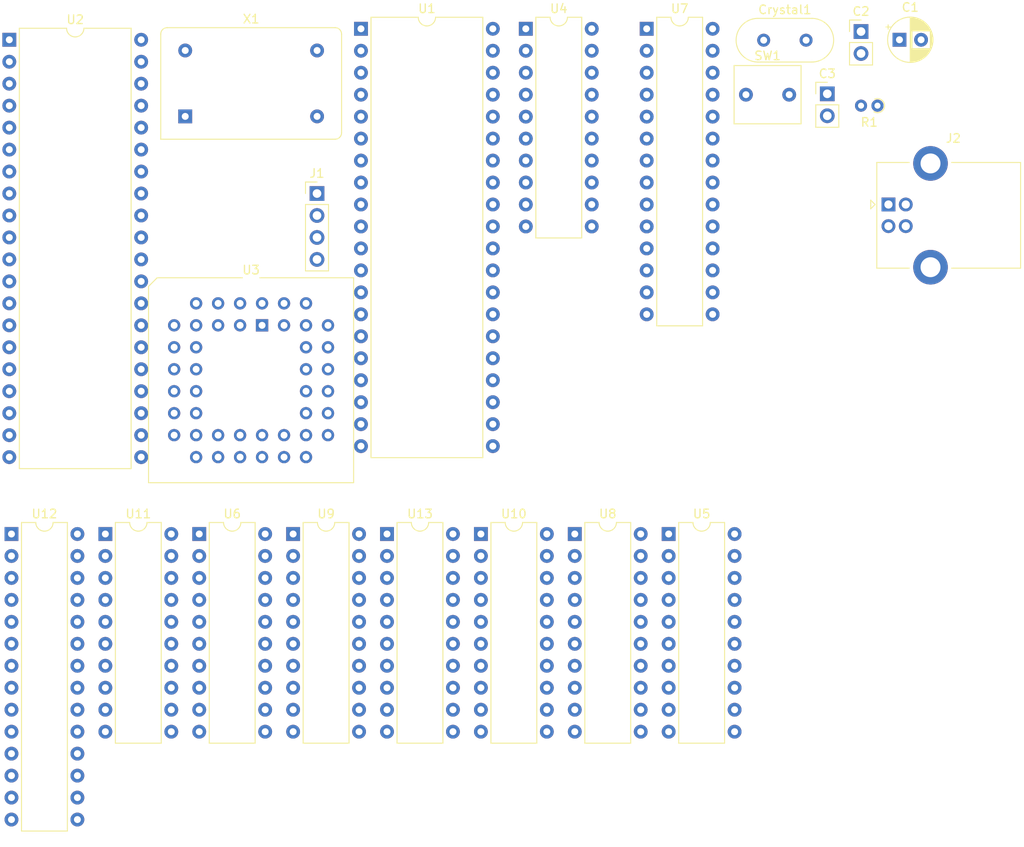
<source format=kicad_pcb>
(kicad_pcb (version 20211014) (generator pcbnew)
  (layers (0 "F.Cu" signal) (31 "B.Cu" signal) (34 "B.Paste" user) (35 "F.Paste" user) (36 "B.SilkS" user "B.Silkscreen") (37 "F.SilkS" user "F.Silkscreen") (38 "B.Mask" user) (39 "F.Mask" user) (44 "Edge.Cuts" user))
  (net 0 "")
  (net 1 "Net-(C1-Pad2)")
  (net 2 "Net-(C2-Pad1)")
  (net 3 "Net-(C3-Pad1)")
  (net 4 "/P1.0")
  (net 5 "/P1.1")
  (net 6 "/P1.2")
  (net 7 "/P1.3")
  (net 8 "/P1.4")
  (net 9 "/P1.5")
  (net 10 "/P1.6")
  (net 11 "/P1.7")
  (net 12 "/P3.2")
  (net 13 "/P3.3")
  (net 14 "/P3.7")
  (net 15 "RXD")
  (net 16 "/A8")
  (net 17 "/A9")
  (net 18 "/A10")
  (net 19 "/A11")
  (net 20 "/A12")
  (net 21 "/A13")
  (net 22 "/A14")
  (net 23 "/A15")
  (net 24 "Net-(U1-Pad29)")
  (net 25 "Net-(U1-Pad30)")
  (net 26 "+5V")
  (net 27 "/D7")
  (net 28 "/D6")
  (net 29 "/D5")
  (net 30 "/D4")
  (net 31 "/D3")
  (net 32 "/D2")
  (net 33 "/D1")
  (net 34 "/D0")
  (net 35 "/A7")
  (net 36 "/A6")
  (net 37 "/A5")
  (net 38 "/A4")
  (net 39 "/A3")
  (net 40 "/A2")
  (net 41 "/A1")
  (net 42 "/A0")
  (net 43 "TXD")
  (net 46 "GND")
  (net 51 "PixClk")
  (net 52 "T0")
  (net 53 "T1")
  (net 54 "WR\\")
  (net 55 "/MA0")
  (net 56 "/MA1")
  (net 57 "/MA2")
  (net 58 "/MA3")
  (net 59 "/MA4")
  (net 60 "/MA5")
  (net 61 "/MA6")
  (net 62 "/MA7")
  (net 63 "/MA8")
  (net 64 "/MA9")
  (net 65 "/MA10")
  (net 66 "/MA11")
  (net 67 "/MA12")
  (net 68 "/MA13")
  (net 69 "DE")
  (net 70 "CCLK")
  (net 71 "/RA4")
  (net 72 "/RA3")
  (net 73 "/RA2")
  (net 74 "/RA1")
  (net 75 "/RA0")
  (net 76 "HS")
  (net 77 "VS")
  (net 81 "LOADAD")
  (net 82 "PixClk*2")
  (net 86 "CRTCOE")
  (net 87 "GWE\\")
  (net 88 "LOADCHR")
  (net 89 "CHAROE")
  (net 108 "COLOR")
  (net 109 "/GA7")
  (net 110 "/GA6")
  (net 111 "/GA5")
  (net 112 "/GA4")
  (net 113 "/GA3")
  (net 114 "/GA2")
  (net 115 "/GA1")
  (net 116 "/GA0")
  (net 119 "/GA14")
  (net 120 "/GA13")
  (net 121 "/GA12")
  (net 122 "/GA11")
  (net 123 "/GA10")
  (net 124 "/GA9")
  (net 125 "/GA8")
  (net 135 "OE_ADR")
  (net 138 "OE_DATA")
  (net 139 "/GD7")
  (net 140 "/GD6")
  (net 141 "/GD5")
  (net 142 "/GD4")
  (net 143 "/GD3")
  (net 144 "/GD2")
  (net 145 "/GD1")
  (net 146 "/GD0")
  (footprint "Package_DIP:DIP-20_W7.62mm" (layer "F.Cu") (at 227.91 74.93)
    (fp_text reference "U8" (at 3.81 -2.33) (layer "F.SilkS"))
    (fp_text value "74LS245")
    (pad "1" thru_hole rect (at 0 0) (size 1.6 1.6) (drill 0.8) (layers *.Cu *.Mask) (net 26 "+5V"))
    (pad "2" thru_hole oval (at 0 2.54) (size 1.6 1.6) (drill 0.8) (layers *.Cu *.Mask) (net 75 "/RA0"))
    (pad "3" thru_hole oval (at 0 5.08) (size 1.6 1.6) (drill 0.8) (layers *.Cu *.Mask) (net 74 "/RA1"))
    (pad "4" thru_hole oval (at 0 7.62) (size 1.6 1.6) (drill 0.8) (layers *.Cu *.Mask) (net 73 "/RA2"))
    (pad "5" thru_hole oval (at 0 10.16) (size 1.6 1.6) (drill 0.8) (layers *.Cu *.Mask) (net 72 "/RA3"))
    (pad "6" thru_hole oval (at 0 12.7) (size 1.6 1.6) (drill 0.8) (layers *.Cu *.Mask))
    (pad "7" thru_hole oval (at 0 15.24) (size 1.6 1.6) (drill 0.8) (layers *.Cu *.Mask))
    (pad "8" thru_hole oval (at 0 17.78) (size 1.6 1.6) (drill 0.8) (layers *.Cu *.Mask))
    (pad "9" thru_hole oval (at 0 20.32) (size 1.6 1.6) (drill 0.8) (layers *.Cu *.Mask))
    (pad "10" thru_hole oval (at 0 22.86) (size 1.6 1.6) (drill 0.8) (layers *.Cu *.Mask) (net 46 "GND"))
    (pad "11" thru_hole oval (at 7.62 22.86) (size 1.6 1.6) (drill 0.8) (layers *.Cu *.Mask))
    (pad "12" thru_hole oval (at 7.62 20.32) (size 1.6 1.6) (drill 0.8) (layers *.Cu *.Mask))
    (pad "13" thru_hole oval (at 7.62 17.78) (size 1.6 1.6) (drill 0.8) (layers *.Cu *.Mask))
    (pad "14" thru_hole oval (at 7.62 15.24) (size 1.6 1.6) (drill 0.8) (layers *.Cu *.Mask))
    (pad "15" thru_hole oval (at 7.62 12.7) (size 1.6 1.6) (drill 0.8) (layers *.Cu *.Mask) (net 113 "/GA3"))
    (pad "16" thru_hole oval (at 7.62 10.16) (size 1.6 1.6) (drill 0.8) (layers *.Cu *.Mask) (net 114 "/GA2"))
    (pad "17" thru_hole oval (at 7.62 7.62) (size 1.6 1.6) (drill 0.8) (layers *.Cu *.Mask) (net 115 "/GA1"))
    (pad "18" thru_hole oval (at 7.62 5.08) (size 1.6 1.6) (drill 0.8) (layers *.Cu *.Mask) (net 116 "/GA0"))
    (pad "19" thru_hole oval (at 7.62 2.54) (size 1.6 1.6) (drill 0.8) (layers *.Cu *.Mask))
    (pad "20" thru_hole oval (at 7.62 0) (size 1.6 1.6) (drill 0.8) (layers *.Cu *.Mask) (net 26 "+5V"))
  )
  (footprint "Resistor_THT:R_Axial_DIN0204_L3.6mm_D1.6mm_P1.90mm_Vertical" (layer "F.Cu") (at 262.89 25.4 180)
    (fp_text reference "R1" (at 0.95 -1.92) (layer "F.SilkS"))
    (fp_text value "1K")
    (pad "1" thru_hole circle (at 0 0 180) (size 1.4 1.4) (drill 0.7) (layers *.Cu *.Mask) (net 1 "Net-(C1-Pad2)"))
    (pad "2" thru_hole oval (at 1.9 0 180) (size 1.4 1.4) (drill 0.7) (layers *.Cu *.Mask) (net 46 "GND"))
  )
  (footprint "Capacitor_THT:CP_Radial_D5.0mm_P2.50mm" (layer "F.Cu") (at 265.43 17.78)
    (fp_text reference "C1" (at 1.25 -3.75) (layer "F.SilkS"))
    (fp_text value "C_Polarized_Small")
    (pad "1" thru_hole rect (at 0 0) (size 1.6 1.6) (drill 0.8) (layers *.Cu *.Mask) (net 26 "+5V"))
    (pad "2" thru_hole circle (at 2.5 0) (size 1.6 1.6) (drill 0.8) (layers *.Cu *.Mask) (net 1 "Net-(C1-Pad2)"))
  )
  (footprint "Package_LCC:PLCC-44_THT-Socket" (layer "F.Cu") (at 191.77 50.8)
    (fp_text reference "U3" (at -1.27 -6.4) (layer "F.SilkS"))
    (fp_text value "XC9536PC44")
    (pad "1" thru_hole rect (at 0 0) (size 1.4224 1.4224) (drill 0.8) (layers *.Cu *.Mask))
    (pad "2" thru_hole circle (at -2.54 -2.54) (size 1.4224 1.4224) (drill 0.8) (layers *.Cu *.Mask) (net 23 "/A15"))
    (pad "3" thru_hole circle (at -2.54 0) (size 1.4224 1.4224) (drill 0.8) (layers *.Cu *.Mask) (net 54 "WR\\"))
    (pad "4" thru_hole circle (at -5.08 -2.54) (size 1.4224 1.4224) (drill 0.8) (layers *.Cu *.Mask) (net 14 "/P3.7"))
    (pad "5" thru_hole circle (at -5.08 0) (size 1.4224 1.4224) (drill 0.8) (layers *.Cu *.Mask) (net 51 "PixClk"))
    (pad "6" thru_hole circle (at -7.62 -2.54) (size 1.4224 1.4224) (drill 0.8) (layers *.Cu *.Mask))
    (pad "7" thru_hole circle (at -10.16 0) (size 1.4224 1.4224) (drill 0.8) (layers *.Cu *.Mask))
    (pad "8" thru_hole circle (at -7.62 0) (size 1.4224 1.4224) (drill 0.8) (layers *.Cu *.Mask) (net 81 "LOADAD"))
    (pad "9" thru_hole circle (at -10.16 2.54) (size 1.4224 1.4224) (drill 0.8) (layers *.Cu *.Mask) (net 70 "CCLK"))
    (pad "10" thru_hole circle (at -7.62 2.54) (size 1.4224 1.4224) (drill 0.8) (layers *.Cu *.Mask) (net 46 "GND"))
    (pad "11" thru_hole circle (at -10.16 5.08) (size 1.4224 1.4224) (drill 0.8) (layers *.Cu *.Mask) (net 69 "DE"))
    (pad "12" thru_hole circle (at -7.62 5.08) (size 1.4224 1.4224) (drill 0.8) (layers *.Cu *.Mask) (net 76 "HS"))
    (pad "13" thru_hole circle (at -10.16 7.62) (size 1.4224 1.4224) (drill 0.8) (layers *.Cu *.Mask) (net 77 "VS"))
    (pad "14" thru_hole circle (at -7.62 7.62) (size 1.4224 1.4224) (drill 0.8) (layers *.Cu *.Mask) (net 82 "PixClk*2"))
    (pad "15" thru_hole circle (at -10.16 10.16) (size 1.4224 1.4224) (drill 0.8) (layers *.Cu *.Mask))
    (pad "16" thru_hole circle (at -7.62 10.16) (size 1.4224 1.4224) (drill 0.8) (layers *.Cu *.Mask))
    (pad "17" thru_hole circle (at -10.16 12.7) (size 1.4224 1.4224) (drill 0.8) (layers *.Cu *.Mask))
    (pad "18" thru_hole circle (at -7.62 15.24) (size 1.4224 1.4224) (drill 0.8) (layers *.Cu *.Mask) (net 86 "CRTCOE"))
    (pad "19" thru_hole circle (at -7.62 12.7) (size 1.4224 1.4224) (drill 0.8) (layers *.Cu *.Mask) (net 87 "GWE\\"))
    (pad "20" thru_hole circle (at -5.08 15.24) (size 1.4224 1.4224) (drill 0.8) (layers *.Cu *.Mask) (net 88 "LOADCHR"))
    (pad "21" thru_hole circle (at -5.08 12.7) (size 1.4224 1.4224) (drill 0.8) (layers *.Cu *.Mask) (net 26 "+5V"))
    (pad "22" thru_hole circle (at -2.54 15.24) (size 1.4224 1.4224) (drill 0.8) (layers *.Cu *.Mask) (net 89 "CHAROE"))
    (pad "23" thru_hole circle (at -2.54 12.7) (size 1.4224 1.4224) (drill 0.8) (layers *.Cu *.Mask) (net 46 "GND"))
    (pad "24" thru_hole circle (at 0 15.24) (size 1.4224 1.4224) (drill 0.8) (layers *.Cu *.Mask))
    (pad "25" thru_hole circle (at 0 12.7) (size 1.4224 1.4224) (drill 0.8) (layers *.Cu *.Mask))
    (pad "26" thru_hole circle (at 2.54 15.24) (size 1.4224 1.4224) (drill 0.8) (layers *.Cu *.Mask))
    (pad "27" thru_hole circle (at 2.54 12.7) (size 1.4224 1.4224) (drill 0.8) (layers *.Cu *.Mask))
    (pad "28" thru_hole circle (at 5.08 15.24) (size 1.4224 1.4224) (drill 0.8) (layers *.Cu *.Mask))
    (pad "29" thru_hole circle (at 7.62 12.7) (size 1.4224 1.4224) (drill 0.8) (layers *.Cu *.Mask))
    (pad "30" thru_hole circle (at 5.08 12.7) (size 1.4224 1.4224) (drill 0.8) (layers *.Cu *.Mask))
    (pad "31" thru_hole circle (at 7.62 10.16) (size 1.4224 1.4224) (drill 0.8) (layers *.Cu *.Mask) (net 46 "GND"))
    (pad "32" thru_hole circle (at 5.08 10.16) (size 1.4224 1.4224) (drill 0.8) (layers *.Cu *.Mask) (net 26 "+5V"))
    (pad "33" thru_hole circle (at 7.62 7.62) (size 1.4224 1.4224) (drill 0.8) (layers *.Cu *.Mask))
    (pad "34" thru_hole circle (at 5.08 7.62) (size 1.4224 1.4224) (drill 0.8) (layers *.Cu *.Mask))
    (pad "35" thru_hole circle (at 7.62 5.08) (size 1.4224 1.4224) (drill 0.8) (layers *.Cu *.Mask))
    (pad "36" thru_hole circle (at 5.08 5.08) (size 1.4224 1.4224) (drill 0.8) (layers *.Cu *.Mask))
    (pad "37" thru_hole circle (at 7.62 2.54) (size 1.4224 1.4224) (drill 0.8) (layers *.Cu *.Mask))
    (pad "38" thru_hole circle (at 5.08 2.54) (size 1.4224 1.4224) (drill 0.8) (layers *.Cu *.Mask))
    (pad "39" thru_hole circle (at 7.62 0) (size 1.4224 1.4224) (drill 0.8) (layers *.Cu *.Mask))
    (pad "40" thru_hole circle (at 5.08 -2.54) (size 1.4224 1.4224) (drill 0.8) (layers *.Cu *.Mask))
    (pad "41" thru_hole circle (at 5.08 0) (size 1.4224 1.4224) (drill 0.8) (layers *.Cu *.Mask) (net 26 "+5V"))
    (pad "42" thru_hole circle (at 2.54 -2.54) (size 1.4224 1.4224) (drill 0.8) (layers *.Cu *.Mask))
    (pad "43" thru_hole circle (at 2.54 0) (size 1.4224 1.4224) (drill 0.8) (layers *.Cu *.Mask))
    (pad "44" thru_hole circle (at 0 -2.54) (size 1.4224 1.4224) (drill 0.8) (layers *.Cu *.Mask))
  )
  (footprint "Package_DIP:DIP-40_W15.24mm" (layer "F.Cu") (at 162.56 17.78)
    (fp_text reference "U2" (at 7.62 -2.33) (layer "F.SilkS"))
    (fp_text value "MC6845")
    (pad "1" thru_hole rect (at 0 0) (size 1.6 1.6) (drill 0.8) (layers *.Cu *.Mask) (net 46 "GND"))
    (pad "2" thru_hole oval (at 0 2.54) (size 1.6 1.6) (drill 0.8) (layers *.Cu *.Mask) (net 26 "+5V"))
    (pad "3" thru_hole oval (at 0 5.08) (size 1.6 1.6) (drill 0.8) (layers *.Cu *.Mask))
    (pad "4" thru_hole oval (at 0 7.62) (size 1.6 1.6) (drill 0.8) (layers *.Cu *.Mask) (net 55 "/MA0"))
    (pad "5" thru_hole oval (at 0 10.16) (size 1.6 1.6) (drill 0.8) (layers *.Cu *.Mask) (net 56 "/MA1"))
    (pad "6" thru_hole oval (at 0 12.7) (size 1.6 1.6) (drill 0.8) (layers *.Cu *.Mask) (net 57 "/MA2"))
    (pad "7" thru_hole oval (at 0 15.24) (size 1.6 1.6) (drill 0.8) (layers *.Cu *.Mask) (net 58 "/MA3"))
    (pad "8" thru_hole oval (at 0 17.78) (size 1.6 1.6) (drill 0.8) (layers *.Cu *.Mask) (net 59 "/MA4"))
    (pad "9" thru_hole oval (at 0 20.32) (size 1.6 1.6) (drill 0.8) (layers *.Cu *.Mask) (net 60 "/MA5"))
    (pad "10" thru_hole oval (at 0 22.86) (size 1.6 1.6) (drill 0.8) (layers *.Cu *.Mask) (net 61 "/MA6"))
    (pad "11" thru_hole oval (at 0 25.4) (size 1.6 1.6) (drill 0.8) (layers *.Cu *.Mask) (net 62 "/MA7"))
    (pad "12" thru_hole oval (at 0 27.94) (size 1.6 1.6) (drill 0.8) (layers *.Cu *.Mask) (net 63 "/MA8"))
    (pad "13" thru_hole oval (at 0 30.48) (size 1.6 1.6) (drill 0.8) (layers *.Cu *.Mask) (net 64 "/MA9"))
    (pad "14" thru_hole oval (at 0 33.02) (size 1.6 1.6) (drill 0.8) (layers *.Cu *.Mask) (net 65 "/MA10"))
    (pad "15" thru_hole oval (at 0 35.56) (size 1.6 1.6) (drill 0.8) (layers *.Cu *.Mask) (net 66 "/MA11"))
    (pad "16" thru_hole oval (at 0 38.1) (size 1.6 1.6) (drill 0.8) (layers *.Cu *.Mask) (net 67 "/MA12"))
    (pad "17" thru_hole oval (at 0 40.64) (size 1.6 1.6) (drill 0.8) (layers *.Cu *.Mask) (net 68 "/MA13"))
    (pad "18" thru_hole oval (at 0 43.18) (size 1.6 1.6) (drill 0.8) (layers *.Cu *.Mask) (net 69 "DE"))
    (pad "19" thru_hole oval (at 0 45.72) (size 1.6 1.6) (drill 0.8) (layers *.Cu *.Mask))
    (pad "20" thru_hole oval (at 0 48.26) (size 1.6 1.6) (drill 0.8) (layers *.Cu *.Mask) (net 26 "+5V"))
    (pad "21" thru_hole oval (at 15.24 48.26) (size 1.6 1.6) (drill 0.8) (layers *.Cu *.Mask) (net 70 "CCLK"))
    (pad "22" thru_hole oval (at 15.24 45.72) (size 1.6 1.6) (drill 0.8) (layers *.Cu *.Mask) (net 46 "GND"))
    (pad "23" thru_hole oval (at 15.24 43.18) (size 1.6 1.6) (drill 0.8) (layers *.Cu *.Mask) (net 53 "T1"))
    (pad "24" thru_hole oval (at 15.24 40.64) (size 1.6 1.6) (drill 0.8) (layers *.Cu *.Mask) (net 52 "T0"))
    (pad "25" thru_hole oval (at 15.24 38.1) (size 1.6 1.6) (drill 0.8) (layers *.Cu *.Mask) (net 46 "GND"))
    (pad "26" thru_hole oval (at 15.24 35.56) (size 1.6 1.6) (drill 0.8) (layers *.Cu *.Mask) (net 11 "/P1.7"))
    (pad "27" thru_hole oval (at 15.24 33.02) (size 1.6 1.6) (drill 0.8) (layers *.Cu *.Mask) (net 10 "/P1.6"))
    (pad "28" thru_hole oval (at 15.24 30.48) (size 1.6 1.6) (drill 0.8) (layers *.Cu *.Mask) (net 9 "/P1.5"))
    (pad "29" thru_hole oval (at 15.24 27.94) (size 1.6 1.6) (drill 0.8) (layers *.Cu *.Mask) (net 8 "/P1.4"))
    (pad "30" thru_hole oval (at 15.24 25.4) (size 1.6 1.6) (drill 0.8) (layers *.Cu *.Mask) (net 7 "/P1.3"))
    (pad "31" thru_hole oval (at 15.24 22.86) (size 1.6 1.6) (drill 0.8) (layers *.Cu *.Mask) (net 6 "/P1.2"))
    (pad "32" thru_hole oval (at 15.24 20.32) (size 1.6 1.6) (drill 0.8) (layers *.Cu *.Mask) (net 5 "/P1.1"))
    (pad "33" thru_hole oval (at 15.24 17.78) (size 1.6 1.6) (drill 0.8) (layers *.Cu *.Mask) (net 4 "/P1.0"))
    (pad "34" thru_hole oval (at 15.24 15.24) (size 1.6 1.6) (drill 0.8) (layers *.Cu *.Mask) (net 71 "/RA4"))
    (pad "35" thru_hole oval (at 15.24 12.7) (size 1.6 1.6) (drill 0.8) (layers *.Cu *.Mask) (net 72 "/RA3"))
    (pad "36" thru_hole oval (at 15.24 10.16) (size 1.6 1.6) (drill 0.8) (layers *.Cu *.Mask) (net 73 "/RA2"))
    (pad "37" thru_hole oval (at 15.24 7.62) (size 1.6 1.6) (drill 0.8) (layers *.Cu *.Mask) (net 74 "/RA1"))
    (pad "38" thru_hole oval (at 15.24 5.08) (size 1.6 1.6) (drill 0.8) (layers *.Cu *.Mask) (net 75 "/RA0"))
    (pad "39" thru_hole oval (at 15.24 2.54) (size 1.6 1.6) (drill 0.8) (layers *.Cu *.Mask) (net 76 "HS"))
    (pad "40" thru_hole oval (at 15.24 0) (size 1.6 1.6) (drill 0.8) (layers *.Cu *.Mask) (net 77 "VS"))
  )
  (footprint "Crystal:Crystal_HC18-U_Vertical" (layer "F.Cu") (at 249.740225 17.83)
    (fp_text reference "Crystal1" (at 2.45 -3.525) (layer "F.SilkS"))
    (fp_text value "22.1184Mhz")
    (pad "1" thru_hole circle (at 0 0) (size 1.5 1.5) (drill 0.8) (layers *.Cu *.Mask) (net 2 "Net-(C2-Pad1)"))
    (pad "2" thru_hole circle (at 4.9 0) (size 1.5 1.5) (drill 0.8) (layers *.Cu *.Mask) (net 3 "Net-(C3-Pad1)"))
  )
  (footprint "Package_DIP:DIP-20_W7.62mm" (layer "F.Cu") (at 195.36 74.93)
    (fp_text reference "U9" (at 3.81 -2.33) (layer "F.SilkS"))
    (fp_text value "74LS573")
    (pad "1" thru_hole rect (at 0 0) (size 1.6 1.6) (drill 0.8) (layers *.Cu *.Mask) (net 135 "OE_ADR"))
    (pad "2" thru_hole oval (at 0 2.54) (size 1.6 1.6) (drill 0.8) (layers *.Cu *.Mask) (net 42 "/A0"))
    (pad "3" thru_hole oval (at 0 5.08) (size 1.6 1.6) (drill 0.8) (layers *.Cu *.Mask) (net 41 "/A1"))
    (pad "4" thru_hole oval (at 0 7.62) (size 1.6 1.6) (drill 0.8) (layers *.Cu *.Mask) (net 40 "/A2"))
    (pad "5" thru_hole oval (at 0 10.16) (size 1.6 1.6) (drill 0.8) (layers *.Cu *.Mask) (net 39 "/A3"))
    (pad "6" thru_hole oval (at 0 12.7) (size 1.6 1.6) (drill 0.8) (layers *.Cu *.Mask) (net 38 "/A4"))
    (pad "7" thru_hole oval (at 0 15.24) (size 1.6 1.6) (drill 0.8) (layers *.Cu *.Mask) (net 37 "/A5"))
    (pad "8" thru_hole oval (at 0 17.78) (size 1.6 1.6) (drill 0.8) (layers *.Cu *.Mask) (net 36 "/A6"))
    (pad "9" thru_hole oval (at 0 20.32) (size 1.6 1.6) (drill 0.8) (layers *.Cu *.Mask) (net 35 "/A7"))
    (pad "10" thru_hole oval (at 0 22.86) (size 1.6 1.6) (drill 0.8) (layers *.Cu *.Mask) (net 46 "GND"))
    (pad "11" thru_hole oval (at 7.62 22.86) (size 1.6 1.6) (drill 0.8) (layers *.Cu *.Mask) (net 81 "LOADAD"))
    (pad "12" thru_hole oval (at 7.62 20.32) (size 1.6 1.6) (drill 0.8) (layers *.Cu *.Mask) (net 109 "/GA7"))
    (pad "13" thru_hole oval (at 7.62 17.78) (size 1.6 1.6) (drill 0.8) (layers *.Cu *.Mask) (net 110 "/GA6"))
    (pad "14" thru_hole oval (at 7.62 15.24) (size 1.6 1.6) (drill 0.8) (layers *.Cu *.Mask) (net 111 "/GA5"))
    (pad "15" thru_hole oval (at 7.62 12.7) (size 1.6 1.6) (drill 0.8) (layers *.Cu *.Mask) (net 112 "/GA4"))
    (pad "16" thru_hole oval (at 7.62 10.16) (size 1.6 1.6) (drill 0.8) (layers *.Cu *.Mask) (net 113 "/GA3"))
    (pad "17" thru_hole oval (at 7.62 7.62) (size 1.6 1.6) (drill 0.8) (layers *.Cu *.Mask) (net 114 "/GA2"))
    (pad "18" thru_hole oval (at 7.62 5.08) (size 1.6 1.6) (drill 0.8) (layers *.Cu *.Mask) (net 115 "/GA1"))
    (pad "19" thru_hole oval (at 7.62 2.54) (size 1.6 1.6) (drill 0.8) (layers *.Cu *.Mask) (net 116 "/GA0"))
    (pad "20" thru_hole oval (at 7.62 0) (size 1.6 1.6) (drill 0.8) (layers *.Cu *.Mask) (net 26 "+5V"))
  )
  (footprint "Oscillator:Oscillator_DIP-14" (layer "F.Cu") (at 182.89 26.64)
    (fp_text reference "X1" (at 7.62 -11.26) (layer "F.SilkS"))
    (fp_text value "25.175Mhz")
    (pad "1" thru_hole rect (at 0 0) (size 1.6 1.6) (drill 0.8) (layers *.Cu *.Mask))
    (pad "7" thru_hole circle (at 15.24 0) (size 1.6 1.6) (drill 0.8) (layers *.Cu *.Mask) (net 46 "GND"))
    (pad "8" thru_hole circle (at 15.24 -7.62) (size 1.6 1.6) (drill 0.8) (layers *.Cu *.Mask) (net 51 "PixClk"))
    (pad "14" thru_hole circle (at 0 -7.62) (size 1.6 1.6) (drill 0.8) (layers *.Cu *.Mask) (net 26 "+5V"))
  )
  (footprint "Package_DIP:DIP-20_W7.62mm" (layer "F.Cu") (at 184.51 74.93)
    (fp_text reference "U6" (at 3.81 -2.33) (layer "F.SilkS"))
    (fp_text value "74LS245")
    (pad "1" thru_hole rect (at 0 0) (size 1.6 1.6) (drill 0.8) (layers *.Cu *.Mask) (net 26 "+5V"))
    (pad "2" thru_hole oval (at 0 2.54) (size 1.6 1.6) (drill 0.8) (layers *.Cu *.Mask) (net 62 "/MA7"))
    (pad "3" thru_hole oval (at 0 5.08) (size 1.6 1.6) (drill 0.8) (layers *.Cu *.Mask) (net 63 "/MA8"))
    (pad "4" thru_hole oval (at 0 7.62) (size 1.6 1.6) (drill 0.8) (layers *.Cu *.Mask) (net 64 "/MA9"))
    (pad "5" thru_hole oval (at 0 10.16) (size 1.6 1.6) (drill 0.8) (layers *.Cu *.Mask) (net 65 "/MA10"))
    (pad "6" thru_hole oval (at 0 12.7) (size 1.6 1.6) (drill 0.8) (layers *.Cu *.Mask) (net 66 "/MA11"))
    (pad "7" thru_hole oval (at 0 15.24) (size 1.6 1.6) (drill 0.8) (layers *.Cu *.Mask) (net 67 "/MA12"))
    (pad "8" thru_hole oval (at 0 17.78) (size 1.6 1.6) (drill 0.8) (layers *.Cu *.Mask) (net 68 "/MA13"))
    (pad "9" thru_hole oval (at 0 20.32) (size 1.6 1.6) (drill 0.8) (layers *.Cu *.Mask))
    (pad "10" thru_hole oval (at 0 22.86) (size 1.6 1.6) (drill 0.8) (layers *.Cu *.Mask) (net 46 "GND"))
    (pad "11" thru_hole oval (at 7.62 22.86) (size 1.6 1.6) (drill 0.8) (layers *.Cu *.Mask))
    (pad "12" thru_hole oval (at 7.62 20.32) (size 1.6 1.6) (drill 0.8) (layers *.Cu *.Mask) (net 119 "/GA14"))
    (pad "13" thru_hole oval (at 7.62 17.78) (size 1.6 1.6) (drill 0.8) (layers *.Cu *.Mask) (net 120 "/GA13"))
    (pad "14" thru_hole oval (at 7.62 15.24) (size 1.6 1.6) (drill 0.8) (layers *.Cu *.Mask) (net 121 "/GA12"))
    (pad "15" thru_hole oval (at 7.62 12.7) (size 1.6 1.6) (drill 0.8) (layers *.Cu *.Mask) (net 122 "/GA11"))
    (pad "16" thru_hole oval (at 7.62 10.16) (size 1.6 1.6) (drill 0.8) (layers *.Cu *.Mask) (net 123 "/GA10"))
    (pad "17" thru_hole oval (at 7.62 7.62) (size 1.6 1.6) (drill 0.8) (layers *.Cu *.Mask) (net 124 "/GA9"))
    (pad "18" thru_hole oval (at 7.62 5.08) (size 1.6 1.6) (drill 0.8) (layers *.Cu *.Mask) (net 125 "/GA8"))
    (pad "19" thru_hole oval (at 7.62 2.54) (size 1.6 1.6) (drill 0.8) (layers *.Cu *.Mask) (net 86 "CRTCOE"))
    (pad "20" thru_hole oval (at 7.62 0) (size 1.6 1.6) (drill 0.8) (layers *.Cu *.Mask) (net 26 "+5V"))
  )
  (footprint "Package_DIP:DIP-28_W7.62mm" (layer "F.Cu") (at 162.81 74.93)
    (fp_text reference "U12" (at 3.81 -2.33) (layer "F.SilkS"))
    (fp_text value "UM61256")
    (pad "1" thru_hole rect (at 0 0) (size 1.6 1.6) (drill 0.8) (layers *.Cu *.Mask) (net 119 "/GA14"))
    (pad "2" thru_hole oval (at 0 2.54) (size 1.6 1.6) (drill 0.8) (layers *.Cu *.Mask) (net 121 "/GA12"))
    (pad "3" thru_hole oval (at 0 5.08) (size 1.6 1.6) (drill 0.8) (layers *.Cu *.Mask) (net 109 "/GA7"))
    (pad "4" thru_hole oval (at 0 7.62) (size 1.6 1.6) (drill 0.8) (layers *.Cu *.Mask) (net 110 "/GA6"))
    (pad "5" thru_hole oval (at 0 10.16) (size 1.6 1.6) (drill 0.8) (layers *.Cu *.Mask) (net 111 "/GA5"))
    (pad "6" thru_hole oval (at 0 12.7) (size 1.6 1.6) (drill 0.8) (layers *.Cu *.Mask) (net 112 "/GA4"))
    (pad "7" thru_hole oval (at 0 15.24) (size 1.6 1.6) (drill 0.8) (layers *.Cu *.Mask) (net 113 "/GA3"))
    (pad "8" thru_hole oval (at 0 17.78) (size 1.6 1.6) (drill 0.8) (layers *.Cu *.Mask) (net 114 "/GA2"))
    (pad "9" thru_hole oval (at 0 20.32) (size 1.6 1.6) (drill 0.8) (layers *.Cu *.Mask) (net 115 "/GA1"))
    (pad "10" thru_hole oval (at 0 22.86) (size 1.6 1.6) (drill 0.8) (layers *.Cu *.Mask) (net 116 "/GA0"))
    (pad "11" thru_hole oval (at 0 25.4) (size 1.6 1.6) (drill 0.8) (layers *.Cu *.Mask) (net 146 "/GD0"))
    (pad "12" thru_hole oval (at 0 27.94) (size 1.6 1.6) (drill 0.8) (layers *.Cu *.Mask) (net 145 "/GD1"))
    (pad "13" thru_hole oval (at 0 30.48) (size 1.6 1.6) (drill 0.8) (layers *.Cu *.Mask) (net 144 "/GD2"))
    (pad "14" thru_hole oval (at 0 33.02) (size 1.6 1.6) (drill 0.8) (layers *.Cu *.Mask) (net 46 "GND"))
    (pad "15" thru_hole oval (at 7.62 33.02) (size 1.6 1.6) (drill 0.8) (layers *.Cu *.Mask) (net 143 "/GD3"))
    (pad "16" thru_hole oval (at 7.62 30.48) (size 1.6 1.6) (drill 0.8) (layers *.Cu *.Mask) (net 142 "/GD4"))
    (pad "17" thru_hole oval (at 7.62 27.94) (size 1.6 1.6) (drill 0.8) (layers *.Cu *.Mask) (net 141 "/GD5"))
    (pad "18" thru_hole oval (at 7.62 25.4) (size 1.6 1.6) (drill 0.8) (layers *.Cu *.Mask) (net 140 "/GD6"))
    (pad "19" thru_hole oval (at 7.62 22.86) (size 1.6 1.6) (drill 0.8) (layers *.Cu *.Mask) (net 139 "/GD7"))
    (pad "20" thru_hole oval (at 7.62 20.32) (size 1.6 1.6) (drill 0.8) (layers *.Cu *.Mask) (net 46 "GND"))
    (pad "21" thru_hole oval (at 7.62 17.78) (size 1.6 1.6) (drill 0.8) (layers *.Cu *.Mask) (net 123 "/GA10"))
    (pad "22" thru_hole oval (at 7.62 15.24) (size 1.6 1.6) (drill 0.8) (layers *.Cu *.Mask) (net 46 "GND"))
    (pad "23" thru_hole oval (at 7.62 12.7) (size 1.6 1.6) (drill 0.8) (layers *.Cu *.Mask) (net 122 "/GA11"))
    (pad "24" thru_hole oval (at 7.62 10.16) (size 1.6 1.6) (drill 0.8) (layers *.Cu *.Mask) (net 124 "/GA9"))
    (pad "25" thru_hole oval (at 7.62 7.62) (size 1.6 1.6) (drill 0.8) (layers *.Cu *.Mask) (net 125 "/GA8"))
    (pad "26" thru_hole oval (at 7.62 5.08) (size 1.6 1.6) (drill 0.8) (layers *.Cu *.Mask) (net 120 "/GA13"))
    (pad "27" thru_hole oval (at 7.62 2.54) (size 1.6 1.6) (drill 0.8) (layers *.Cu *.Mask) (net 87 "GWE\\"))
    (pad "28" thru_hole oval (at 7.62 0) (size 1.6 1.6) (drill 0.8) (layers *.Cu *.Mask) (net 26 "+5V"))
  )
  (footprint "Package_DIP:DIP-20_W7.62mm" (layer "F.Cu") (at 222.25 16.51)
    (fp_text reference "U4" (at 3.81 -2.33) (layer "F.SilkS"))
    (fp_text value "74LS573")
    (pad "1" thru_hole rect (at 0 0) (size 1.6 1.6) (drill 0.8) (layers *.Cu *.Mask) (net 46 "GND"))
    (pad "2" thru_hole oval (at 0 2.54) (size 1.6 1.6) (drill 0.8) (layers *.Cu *.Mask) (net 34 "/D0"))
    (pad "3" thru_hole oval (at 0 5.08) (size 1.6 1.6) (drill 0.8) (layers *.Cu *.Mask) (net 33 "/D1"))
    (pad "4" thru_hole oval (at 0 7.62) (size 1.6 1.6) (drill 0.8) (layers *.Cu *.Mask) (net 32 "/D2"))
    (pad "5" thru_hole oval (at 0 10.16) (size 1.6 1.6) (drill 0.8) (layers *.Cu *.Mask) (net 31 "/D3"))
    (pad "6" thru_hole oval (at 0 12.7) (size 1.6 1.6) (drill 0.8) (layers *.Cu *.Mask) (net 30 "/D4"))
    (pad "7" thru_hole oval (at 0 15.24) (size 1.6 1.6) (drill 0.8) (layers *.Cu *.Mask) (net 29 "/D5"))
    (pad "8" thru_hole oval (at 0 17.78) (size 1.6 1.6) (drill 0.8) (layers *.Cu *.Mask) (net 28 "/D6"))
    (pad "9" thru_hole oval (at 0 20.32) (size 1.6 1.6) (drill 0.8) (layers *.Cu *.Mask) (net 27 "/D7"))
    (pad "10" thru_hole oval (at 0 22.86) (size 1.6 1.6) (drill 0.8) (layers *.Cu *.Mask) (net 46 "GND"))
    (pad "11" thru_hole oval (at 7.62 22.86) (size 1.6 1.6) (drill 0.8) (layers *.Cu *.Mask) (net 25 "Net-(U1-Pad30)"))
    (pad "12" thru_hole oval (at 7.62 20.32) (size 1.6 1.6) (drill 0.8) (layers *.Cu *.Mask) (net 35 "/A7"))
    (pad "13" thru_hole oval (at 7.62 17.78) (size 1.6 1.6) (drill 0.8) (layers *.Cu *.Mask) (net 36 "/A6"))
    (pad "14" thru_hole oval (at 7.62 15.24) (size 1.6 1.6) (drill 0.8) (layers *.Cu *.Mask) (net 37 "/A5"))
    (pad "15" thru_hole oval (at 7.62 12.7) (size 1.6 1.6) (drill 0.8) (layers *.Cu *.Mask) (net 38 "/A4"))
    (pad "16" thru_hole oval (at 7.62 10.16) (size 1.6 1.6) (drill 0.8) (layers *.Cu *.Mask) (net 39 "/A3"))
    (pad "17" thru_hole oval (at 7.62 7.62) (size 1.6 1.6) (drill 0.8) (layers *.Cu *.Mask) (net 40 "/A2"))
    (pad "18" thru_hole oval (at 7.62 5.08) (size 1.6 1.6) (drill 0.8) (layers *.Cu *.Mask) (net 41 "/A1"))
    (pad "19" thru_hole oval (at 7.62 2.54) (size 1.6 1.6) (drill 0.8) (layers *.Cu *.Mask) (net 42 "/A0"))
    (pad "20" thru_hole oval (at 7.62 0) (size 1.6 1.6) (drill 0.8) (layers *.Cu *.Mask) (net 26 "+5V"))
  )
  (footprint "Connector_PinHeader_2.54mm:PinHeader_1x02_P2.54mm_Vertical" (layer "F.Cu") (at 260.990225 16.83)
    (fp_text reference "C2" (at 0 -2.33) (layer "F.SilkS"))
    (fp_text value "33pF")
    (pad "1" thru_hole rect (at 0 0) (size 1.7 1.7) (drill 1) (layers *.Cu *.Mask) (net 2 "Net-(C2-Pad1)"))
    (pad "2" thru_hole oval (at 0 2.54) (size 1.7 1.7) (drill 1) (layers *.Cu *.Mask) (net 46 "GND"))
  )
  (footprint "Connector_PinHeader_2.54mm:PinHeader_1x04_P2.54mm_Vertical" (layer "F.Cu") (at 198.12 35.56)
    (fp_text reference "J1" (at 0 -2.33) (layer "F.SilkS"))
    (fp_text value "Conn_01x04_Male")
    (pad "1" thru_hole rect (at 0 0) (size 1.7 1.7) (drill 1) (layers *.Cu *.Mask) (net 26 "+5V"))
    (pad "2" thru_hole oval (at 0 2.54) (size 1.7 1.7) (drill 1) (layers *.Cu *.Mask) (net 46 "GND"))
    (pad "3" thru_hole oval (at 0 5.08) (size 1.7 1.7) (drill 1) (layers *.Cu *.Mask) (net 15 "RXD"))
    (pad "4" thru_hole oval (at 0 7.62) (size 1.7 1.7) (drill 1) (layers *.Cu *.Mask) (net 43 "TXD"))
  )
  (footprint "Connector_USB:USB_B_Lumberg_2411_02_Horizontal" (layer "F.Cu") (at 264.16 36.83)
    (fp_text reference "J2" (at 7.5 -7.65) (layer "F.SilkS"))
    (fp_text value "USB_B")
    (pad "1" thru_hole rect (at 0 0 90) (size 1.6 1.6) (drill 0.95) (layers *.Cu *.Mask) (net 26 "+5V"))
    (pad "2" thru_hole circle (at 0 2.5 90) (size 1.6 1.6) (drill 0.95) (layers *.Cu *.Mask))
    (pad "3" thru_hole circle (at 2 2.5 90) (size 1.6 1.6) (drill 0.95) (layers *.Cu *.Mask))
    (pad "4" thru_hole circle (at 2 0 90) (size 1.6 1.6) (drill 0.95) (layers *.Cu *.Mask) (net 46 "GND"))
    (pad "5" thru_hole circle (at 4.86 7.25 90) (size 4 4) (drill 2.3) (layers *.Cu *.Mask))
    (pad "5" thru_hole circle (at 4.86 -4.75 90) (size 4 4) (drill 2.3) (layers *.Cu *.Mask))
  )
  (footprint "Package_DIP:DIP-20_W7.62mm" (layer "F.Cu") (at 206.21 74.93)
    (fp_text reference "U13" (at 3.81 -2.33) (layer "F.SilkS"))
    (fp_text value "74LS573")
    (pad "1" thru_hole rect (at 0 0) (size 1.6 1.6) (drill 0.8) (layers *.Cu *.Mask) (net 89 "CHAROE"))
    (pad "2" thru_hole oval (at 0 2.54) (size 1.6 1.6) (drill 0.8) (layers *.Cu *.Mask) (net 146 "/GD0"))
    (pad "3" thru_hole oval (at 0 5.08) (size 1.6 1.6) (drill 0.8) (layers *.Cu *.Mask) (net 145 "/GD1"))
    (pad "4" thru_hole oval (at 0 7.62) (size 1.6 1.6) (drill 0.8) (layers *.Cu *.Mask) (net 144 "/GD2"))
    (pad "5" thru_hole oval (at 0 10.16) (size 1.6 1.6) (drill 0.8) (layers *.Cu *.Mask) (net 143 "/GD3"))
    (pad "6" thru_hole oval (at 0 12.7) (size 1.6 1.6) (drill 0.8) (layers *.Cu *.Mask) (net 142 "/GD4"))
    (pad "7" thru_hole oval (at 0 15.24) (size 1.6 1.6) (drill 0.8) (layers *.Cu *.Mask) (net 141 "/GD5"))
    (pad "8" thru_hole oval (at 0 17.78) (size 1.6 1.6) (drill 0.8) (layers *.Cu *.Mask) (net 140 "/GD6"))
    (pad "9" thru_hole oval (at 0 20.32) (size 1.6 1.6) (drill 0.8) (layers *.Cu *.Mask) (net 139 "/GD7"))
    (pad "10" thru_hole oval (at 0 22.86) (size 1.6 1.6) (drill 0.8) (layers *.Cu *.Mask) (net 46 "GND"))
    (pad "11" thru_hole oval (at 7.62 22.86) (size 1.6 1.6) (drill 0.8) (layers *.Cu *.Mask) (net 88 "LOADCHR"))
    (pad "12" thru_hole oval (at 7.62 20.32) (size 1.6 1.6) (drill 0.8) (layers *.Cu *.Mask) (net 122 "/GA11"))
    (pad "13" thru_hole oval (at 7.62 17.78) (size 1.6 1.6) (drill 0.8) (layers *.Cu *.Mask) (net 123 "/GA10"))
    (pad "14" thru_hole oval (at 7.62 15.24) (size 1.6 1.6) (drill 0.8) (layers *.Cu *.Mask) (net 124 "/GA9"))
    (pad "15" thru_hole oval (at 7.62 12.7) (size 1.6 1.6) (drill 0.8) (layers *.Cu *.Mask) (net 125 "/GA8"))
    (pad "16" thru_hole oval (at 7.62 10.16) (size 1.6 1.6) (drill 0.8) (layers *.Cu *.Mask) (net 109 "/GA7"))
    (pad "17" thru_hole oval (at 7.62 7.62) (size 1.6 1.6) (drill 0.8) (layers *.Cu *.Mask) (net 110 "/GA6"))
    (pad "18" thru_hole oval (at 7.62 5.08) (size 1.6 1.6) (drill 0.8) (layers *.Cu *.Mask) (net 111 "/GA5"))
    (pad "19" thru_hole oval (at 7.62 2.54) (size 1.6 1.6) (drill 0.8) (layers *.Cu *.Mask) (net 112 "/GA4"))
    (pad "20" thru_hole oval (at 7.62 0) (size 1.6 1.6) (drill 0.8) (layers *.Cu *.Mask) (net 26 "+5V"))
  )
  (footprint "Capacitor_THT:C_Rect_L7.5mm_W6.5mm_P5.00mm" (layer "F.Cu") (at 247.69 24.13)
    (fp_text reference "SW1" (at 2.5 -4.5) (layer "F.SilkS"))
    (fp_text value "SW_Push")
    (pad "1" thru_hole circle (at 0 0) (size 1.6 1.6) (drill 0.8) (layers *.Cu *.Mask) (net 1 "Net-(C1-Pad2)"))
    (pad "2" thru_hole circle (at 5 0) (size 1.6 1.6) (drill 0.8) (layers *.Cu *.Mask) (net 26 "+5V"))
  )
  (footprint "Package_DIP:DIP-40_W15.24mm" (layer "F.Cu") (at 203.2 16.51)
    (fp_text reference "U1" (at 7.62 -2.33) (layer "F.SilkS"))
    (fp_text value "AT89S52-24PC")
    (pad "1" thru_hole rect (at 0 0) (size 1.6 1.6) (drill 0.8) (layers *.Cu *.Mask) (net 4 "/P1.0"))
    (pad "2" thru_hole oval (at 0 2.54) (size 1.6 1.6) (drill 0.8) (layers *.Cu *.Mask) (net 5 "/P1.1"))
    (pad "3" thru_hole oval (at 0 5.08) (size 1.6 1.6) (drill 0.8) (layers *.Cu *.Mask) (net 6 "/P1.2"))
    (pad "4" thru_hole oval (at 0 7.62) (size 1.6 1.6) (drill 0.8) (layers *.Cu *.Mask) (net 7 "/P1.3"))
    (pad "5" thru_hole oval (at 0 10.16) (size 1.6 1.6) (drill 0.8) (layers *.Cu *.Mask) (net 8 "/P1.4"))
    (pad "6" thru_hole oval (at 0 12.7) (size 1.6 1.6) (drill 0.8) (layers *.Cu *.Mask) (net 9 "/P1.5"))
    (pad "7" thru_hole oval (at 0 15.24) (size 1.6 1.6) (drill 0.8) (layers *.Cu *.Mask) (net 10 "/P1.6"))
    (pad "8" thru_hole oval (at 0 17.78) (size 1.6 1.6) (drill 0.8) (layers *.Cu *.Mask) (net 11 "/P1.7"))
    (pad "9" thru_hole oval (at 0 20.32) (size 1.6 1.6) (drill 0.8) (layers *.Cu *.Mask) (net 1 "Net-(C1-Pad2)"))
    (pad "10" thru_hole oval (at 0 22.86) (size 1.6 1.6) (drill 0.8) (layers *.Cu *.Mask) (net 15 "RXD"))
    (pad "11" thru_hole oval (at 0 25.4) (size 1.6 1.6) (drill 0.8) (layers *.Cu *.Mask) (net 43 "TXD"))
    (pad "12" thru_hole oval (at 0 27.94) (size 1.6 1.6) (drill 0.8) (layers *.Cu *.Mask) (net 12 "/P3.2"))
    (pad "13" thru_hole oval (at 0 30.48) (size 1.6 1.6) (drill 0.8) (layers *.Cu *.Mask) (net 13 "/P3.3"))
    (pad "14" thru_hole oval (at 0 33.02) (size 1.6 1.6) (drill 0.8) (layers *.Cu *.Mask) (net 52 "T0"))
    (pad "15" thru_hole oval (at 0 35.56) (size 1.6 1.6) (drill 0.8) (layers *.Cu *.Mask) (net 53 "T1"))
    (pad "16" thru_hole oval (at 0 38.1) (size 1.6 1.6) (drill 0.8) (layers *.Cu *.Mask) (net 54 "WR\\"))
    (pad "17" thru_hole oval (at 0 40.64) (size 1.6 1.6) (drill 0.8) (layers *.Cu *.Mask) (net 14 "/P3.7"))
    (pad "18" thru_hole oval (at 0 43.18) (size 1.6 1.6) (drill 0.8) (layers *.Cu *.Mask) (net 2 "Net-(C2-Pad1)"))
    (pad "19" thru_hole oval (at 0 45.72) (size 1.6 1.6) (drill 0.8) (layers *.Cu *.Mask) (net 3 "Net-(C3-Pad1)"))
    (pad "20" thru_hole oval (at 0 48.26) (size 1.6 1.6) (drill 0.8) (layers *.Cu *.Mask) (net 46 "GND"))
    (pad "21" thru_hole oval (at 15.24 48.26) (size 1.6 1.6) (drill 0.8) (layers *.Cu *.Mask) (net 16 "/A8"))
    (pad "22" thru_hole oval (at 15.24 45.72) (size 1.6 1.6) (drill 0.8) (layers *.Cu *.Mask) (net 17 "/A9"))
    (pad "23" thru_hole oval (at 15.24 43.18) (size 1.6 1.6) (drill 0.8) (layers *.Cu *.Mask) (net 18 "/A10"))
    (pad "24" thru_hole oval (at 15.24 40.64) (size 1.6 1.6) (drill 0.8) (layers *.Cu *.Mask) (net 19 "/A11"))
    (pad "25" thru_hole oval (at 15.24 38.1) (size 1.6 1.6) (drill 0.8) (layers *.Cu *.Mask) (net 20 "/A12"))
    (pad "26" thru_hole oval (at 15.24 35.56) (size 1.6 1.6) (drill 0.8) (layers *.Cu *.Mask) (net 21 "/A13"))
    (pad "27" thru_hole oval (at 15.24 33.02) (size 1.6 1.6) (drill 0.8) (layers *.Cu *.Mask) (net 22 "/A14"))
    (pad "28" thru_hole oval (at 15.24 30.48) (size 1.6 1.6) (drill 0.8) (layers *.Cu *.Mask) (net 23 "/A15"))
    (pad "29" thru_hole oval (at 15.24 27.94) (size 1.6 1.6) (drill 0.8) (layers *.Cu *.Mask) (net 24 "Net-(U1-Pad29)"))
    (pad "30" thru_hole oval (at 15.24 25.4) (size 1.6 1.6) (drill 0.8) (layers *.Cu *.Mask) (net 25 "Net-(U1-Pad30)"))
    (pad "31" thru_hole oval (at 15.24 22.86) (size 1.6 1.6) (drill 0.8) (layers *.Cu *.Mask) (net 26 "+5V"))
    (pad "32" thru_hole oval (at 15.24 20.32) (size 1.6 1.6) (drill 0.8) (layers *.Cu *.Mask) (net 27 "/D7"))
    (pad "33" thru_hole oval (at 15.24 17.78) (size 1.6 1.6) (drill 0.8) (layers *.Cu *.Mask) (net 28 "/D6"))
    (pad "34" thru_hole oval (at 15.24 15.24) (size 1.6 1.6) (drill 0.8) (layers *.Cu *.Mask) (net 29 "/D5"))
    (pad "35" thru_hole oval (at 15.24 12.7) (size 1.6 1.6) (drill 0.8) (layers *.Cu *.Mask) (net 30 "/D4"))
    (pad "36" thru_hole oval (at 15.24 10.16) (size 1.6 1.6) (drill 0.8) (layers *.Cu *.Mask) (net 31 "/D3"))
    (pad "37" thru_hole oval (at 15.24 7.62) (size 1.6 1.6) (drill 0.8) (layers *.Cu *.Mask) (net 32 "/D2"))
    (pad "38" thru_hole oval (at 15.24 5.08) (size 1.6 1.6) (drill 0.8) (layers *.Cu *.Mask) (net 33 "/D1"))
    (pad "39" thru_hole oval (at 15.24 2.54) (size 1.6 1.6) (drill 0.8) (layers *.Cu *.Mask) (net 34 "/D0"))
    (pad "40" thru_hole oval (at 15.24 0) (size 1.6 1.6) (drill 0.8) (layers *.Cu *.Mask) (net 26 "+5V"))
  )
  (footprint "Connector_PinHeader_2.54mm:PinHeader_1x02_P2.54mm_Vertical" (layer "F.Cu") (at 257.090225 24.03)
    (fp_text reference "C3" (at 0 -2.33) (layer "F.SilkS"))
    (fp_text value "33pF")
    (pad "1" thru_hole rect (at 0 0) (size 1.7 1.7) (drill 1) (layers *.Cu *.Mask) (net 3 "Net-(C3-Pad1)"))
    (pad "2" thru_hole oval (at 0 2.54) (size 1.7 1.7) (drill 1) (layers *.Cu *.Mask) (net 46 "GND"))
  )
  (footprint "Package_DIP:DIP-20_W7.62mm" (layer "F.Cu") (at 238.76 74.93)
    (fp_text reference "U5" (at 3.81 -2.33) (layer "F.SilkS"))
    (fp_text value "74LS245")
    (pad "1" thru_hole rect (at 0 0) (size 1.6 1.6) (drill 0.8) (layers *.Cu *.Mask) (net 26 "+5V"))
    (pad "2" thru_hole oval (at 0 2.54) (size 1.6 1.6) (drill 0.8) (layers *.Cu *.Mask) (net 108 "COLOR"))
    (pad "3" thru_hole oval (at 0 5.08) (size 1.6 1.6) (drill 0.8) (layers *.Cu *.Mask) (net 55 "/MA0"))
    (pad "4" thru_hole oval (at 0 7.62) (size 1.6 1.6) (drill 0.8) (layers *.Cu *.Mask) (net 56 "/MA1"))
    (pad "5" thru_hole oval (at 0 10.16) (size 1.6 1.6) (drill 0.8) (layers *.Cu *.Mask) (net 57 "/MA2"))
    (pad "6" thru_hole oval (at 0 12.7) (size 1.6 1.6) (drill 0.8) (layers *.Cu *.Mask) (net 58 "/MA3"))
    (pad "7" thru_hole oval (at 0 15.24) (size 1.6 1.6) (drill 0.8) (layers *.Cu *.Mask) (net 59 "/MA4"))
    (pad "8" thru_hole oval (at 0 17.78) (size 1.6 1.6) (drill 0.8) (layers *.Cu *.Mask) (net 60 "/MA5"))
    (pad "9" thru_hole oval (at 0 20.32) (size 1.6 1.6) (drill 0.8) (layers *.Cu *.Mask) (net 61 "/MA6"))
    (pad "10" thru_hole oval (at 0 22.86) (size 1.6 1.6) (drill 0.8) (layers *.Cu *.Mask) (net 46 "GND"))
    (pad "11" thru_hole oval (at 7.62 22.86) (size 1.6 1.6) (drill 0.8) (layers *.Cu *.Mask) (net 109 "/GA7"))
    (pad "12" thru_hole oval (at 7.62 20.32) (size 1.6 1.6) (drill 0.8) (layers *.Cu *.Mask) (net 110 "/GA6"))
    (pad "13" thru_hole oval (at 7.62 17.78) (size 1.6 1.6) (drill 0.8) (layers *.Cu *.Mask) (net 111 "/GA5"))
    (pad "14" thru_hole oval (at 7.62 15.24) (size 1.6 1.6) (drill 0.8) (layers *.Cu *.Mask) (net 112 "/GA4"))
    (pad "15" thru_hole oval (at 7.62 12.7) (size 1.6 1.6) (drill 0.8) (layers *.Cu *.Mask) (net 113 "/GA3"))
    (pad "16" thru_hole oval (at 7.62 10.16) (size 1.6 1.6) (drill 0.8) (layers *.Cu *.Mask) (net 114 "/GA2"))
    (pad "17" thru_hole oval (at 7.62 7.62) (size 1.6 1.6) (drill 0.8) (layers *.Cu *.Mask) (net 115 "/GA1"))
    (pad "18" thru_hole oval (at 7.62 5.08) (size 1.6 1.6) (drill 0.8) (layers *.Cu *.Mask) (net 116 "/GA0"))
    (pad "19" thru_hole oval (at 7.62 2.54) (size 1.6 1.6) (drill 0.8) (layers *.Cu *.Mask) (net 86 "CRTCOE"))
    (pad "20" thru_hole oval (at 7.62 0) (size 1.6 1.6) (drill 0.8) (layers *.Cu *.Mask) (net 26 "+5V"))
  )
  (footprint "Package_DIP:DIP-20_W7.62mm" (layer "F.Cu") (at 217.06 74.93)
    (fp_text reference "U10" (at 3.81 -2.33) (layer "F.SilkS"))
    (fp_text value "74LS573")
    (pad "1" thru_hole rect (at 0 0) (size 1.6 1.6) (drill 0.8) (layers *.Cu *.Mask) (net 135 "OE_ADR"))
    (pad "2" thru_hole oval (at 0 2.54) (size 1.6 1.6) (drill 0.8) (layers *.Cu *.Mask) (net 16 "/A8"))
    (pad "3" thru_hole oval (at 0 5.08) (size 1.6 1.6) (drill 0.8) (layers *.Cu *.Mask) (net 17 "/A9"))
    (pad "4" thru_hole oval (at 0 7.62) (size 1.6 1.6) (drill 0.8) (layers *.Cu *.Mask) (net 18 "/A10"))
    (pad "5" thru_hole oval (at 0 10.16) (size 1.6 1.6) (drill 0.8) (layers *.Cu *.Mask) (net 19 "/A11"))
    (pad "6" thru_hole oval (at 0 12.7) (size 1.6 1.6) (drill 0.8) (layers *.Cu *.Mask) (net 20 "/A12"))
    (pad "7" thru_hole oval (at 0 15.24) (size 1.6 1.6) (drill 0.8) (layers *.Cu *.Mask) (net 21 "/A13"))
    (pad "8" thru_hole oval (at 0 17.78) (size 1.6 1.6) (drill 0.8) (layers *.Cu *.Mask) (net 22 "/A14"))
    (pad "9" thru_hole oval (at 0 20.32) (size 1.6 1.6) (drill 0.8) (layers *.Cu *.Mask))
    (pad "10" thru_hole oval (at 0 22.86) (size 1.6 1.6) (drill 0.8) (layers *.Cu *.Mask) (net 46 "GND"))
    (pad "11" thru_hole oval (at 7.62 22.86) (size 1.6 1.6) (drill 0.8) (layers *.Cu *.Mask) (net 81 "LOADAD"))
    (pad "12" thru_hole oval (at 7.62 20.32) (size 1.6 1.6) (drill 0.8) (layers *.Cu *.Mask))
    (pad "13" thru_hole oval (at 7.62 17.78) (size 1.6 1.6) (drill 0.8) (layers *.Cu *.Mask) (net 119 "/GA14"))
    (pad "14" thru_hole oval (at 7.62 15.24) (size 1.6 1.6) (drill 0.8) (layers *.Cu *.Mask) (net 120 "/GA13"))
    (pad "15" thru_hole oval (at 7.62 12.7) (size 1.6 1.6) (drill 0.8) (layers *.Cu *.Mask) (net 121 "/GA12"))
    (pad "16" thru_hole oval (at 7.62 10.16) (size 1.6 1.6) (drill 0.8) (layers *.Cu *.Mask) (net 122 "/GA11"))
    (pad "17" thru_hole oval (at 7.62 7.62) (size 1.6 1.6) (drill 0.8) (layers *.Cu *.Mask) (net 123 "/GA10"))
    (pad "18" thru_hole oval (at 7.62 5.08) (size 1.6 1.6) (drill 0.8) (layers *.Cu *.Mask) (net 124 "/GA9"))
    (pad "19" thru_hole oval (at 7.62 2.54) (size 1.6 1.6) (drill 0.8) (layers *.Cu *.Mask) (net 125 "/GA8"))
    (pad "20" thru_hole oval (at 7.62 0) (size 1.6 1.6) (drill 0.8) (layers *.Cu *.Mask) (net 26 "+5V"))
  )
  (footprint "Package_DIP:DIP-20_W7.62mm" (layer "F.Cu") (at 173.66 74.93)
    (fp_text reference "U11" (at 3.81 -2.33) (layer "F.SilkS"))
    (fp_text value "74LS573")
    (pad "1" thru_hole rect (at 0 0) (size 1.6 1.6) (drill 0.8) (layers *.Cu *.Mask) (net 138 "OE_DATA"))
    (pad "2" thru_hole oval (at 0 2.54) (size 1.6 1.6) (drill 0.8) (layers *.Cu *.Mask) (net 34 "/D0"))
    (pad "3" thru_hole oval (at 0 5.08) (size 1.6 1.6) (drill 0.8) (layers *.Cu *.Mask) (net 33 "/D1"))
    (pad "4" thru_hole oval (at 0 7.62) (size 1.6 1.6) (drill 0.8) (layers *.Cu *.Mask) (net 32 "/D2"))
    (pad "5" thru_hole oval (at 0 10.16) (size 1.6 1.6) (drill 0.8) (layers *.Cu *.Mask) (net 31 "/D3"))
    (pad "6" thru_hole oval (at 0 12.7) (size 1.6 1.6) (drill 0.8) (layers *.Cu *.Mask) (net 30 "/D4"))
    (pad "7" thru_hole oval (at 0 15.24) (size 1.6 1.6) (drill 0.8) (layers *.Cu *.Mask) (net 29 "/D5"))
    (pad "8" thru_hole oval (at 0 17.78) (size 1.6 1.6) (drill 0.8) (layers *.Cu *.Mask) (net 28 "/D6"))
    (pad "9" thru_hole oval (at 0 20.32) (size 1.6 1.6) (drill 0.8) (layers *.Cu *.Mask) (net 27 "/D7"))
    (pad "10" thru_hole oval (at 0 22.86) (size 1.6 1.6) (drill 0.8) (layers *.Cu *.Mask) (net 46 "GND"))
    (pad "11" thru_hole oval (at 7.62 22.86) (size 1.6 1.6) (drill 0.8) (layers *.Cu *.Mask) (net 81 "LOADAD"))
    (pad "12" thru_hole oval (at 7.62 20.32) (size 1.6 1.6) (drill 0.8) (layers *.Cu *.Mask) (net 139 "/GD7"))
    (pad "13" thru_hole oval (at 7.62 17.78) (size 1.6 1.6) (drill 0.8) (layers *.Cu *.Mask) (net 140 "/GD6"))
    (pad "14" thru_hole oval (at 7.62 15.24) (size 1.6 1.6) (drill 0.8) (layers *.Cu *.Mask) (net 141 "/GD5"))
    (pad "15" thru_hole oval (at 7.62 12.7) (size 1.6 1.6) (drill 0.8) (layers *.Cu *.Mask) (net 142 "/GD4"))
    (pad "16" thru_hole oval (at 7.62 10.16) (size 1.6 1.6) (drill 0.8) (layers *.Cu *.Mask) (net 143 "/GD3"))
    (pad "17" thru_hole oval (at 7.62 7.62) (size 1.6 1.6) (drill 0.8) (layers *.Cu *.Mask) (net 144 "/GD2"))
    (pad "18" thru_hole oval (at 7.62 5.08) (size 1.6 1.6) (drill 0.8) (layers *.Cu *.Mask) (net 145 "/GD1"))
    (pad "19" thru_hole oval (at 7.62 2.54) (size 1.6 1.6) (drill 0.8) (layers *.Cu *.Mask) (net 146 "/GD0"))
    (pad "20" thru_hole oval (at 7.62 0) (size 1.6 1.6) (drill 0.8) (layers *.Cu *.Mask) (net 26 "+5V"))
  )
  (footprint "Package_DIP:DIP-28_W7.62mm" (layer "F.Cu") (at 236.22 16.51)
    (fp_text reference "U7" (at 3.81 -2.33) (layer "F.SilkS"))
    (fp_text value "UM61256")
    (pad "1" thru_hole rect (at 0 0) (size 1.6 1.6) (drill 0.8) (layers *.Cu *.Mask) (net 22 "/A14"))
    (pad "2" thru_hole oval (at 0 2.54) (size 1.6 1.6) (drill 0.8) (layers *.Cu *.Mask) (net 20 "/A12"))
    (pad "3" thru_hole oval (at 0 5.08) (size 1.6 1.6) (drill 0.8) (layers *.Cu *.Mask) (net 35 "/A7"))
    (pad "4" thru_hole oval (at 0 7.62) (size 1.6 1.6) (drill 0.8) (layers *.Cu *.Mask) (net 36 "/A6"))
    (pad "5" thru_hole oval (at 0 10.16) (size 1.6 1.6) (drill 0.8) (layers *.Cu *.Mask) (net 37 "/A5"))
    (pad "6" thru_hole oval (at 0 12.7) (size 1.6 1.6) (drill 0.8) (layers *.Cu *.Mask) (net 38 "/A4"))
    (pad "7" thru_hole oval (at 0 15.24) (size 1.6 1.6) (drill 0.8) (layers *.Cu *.Mask) (net 39 "/A3"))
    (pad "8" thru_hole oval (at 0 17.78) (size 1.6 1.6) (drill 0.8) (layers *.Cu *.Mask) (net 40 "/A2"))
    (pad "9" thru_hole oval (at 0 20.32) (size 1.6 1.6) (drill 0.8) (layers *.Cu *.Mask) (net 41 "/A1"))
    (pad "10" thru_hole oval (at 0 22.86) (size 1.6 1.6) (drill 0.8) (layers *.Cu *.Mask) (net 42 "/A0"))
    (pad "11" thru_hole oval (at 0 25.4) (size 1.6 1.6) (drill 0.8) (layers *.Cu *.Mask) (net 34 "/D0"))
    (pad "12" thru_hole oval (at 0 27.94) (size 1.6 1.6) (drill 0.8) (layers *.Cu *.Mask) (net 33 "/D1"))
    (pad "13" thru_hole oval (at 0 30.48) (size 1.6 1.6) (drill 0.8) (layers *.Cu *.Mask) (net 32 "/D2"))
    (pad "14" thru_hole oval (at 0 33.02) (size 1.6 1.6) (drill 0.8) (layers *.Cu *.Mask) (net 46 "GND"))
    (pad "15" thru_hole oval (at 7.62 33.02) (size 1.6 1.6) (drill 0.8) (layers *.Cu *.Mask) (net 31 "/D3"))
    (pad "16" thru_hole oval (at 7.62 30.48) (size 1.6 1.6) (drill 0.8) (layers *.Cu *.Mask) (net 30 "/D4"))
    (pad "17" thru_hole oval (at 7.62 27.94) (size 1.6 1.6) (drill 0.8) (layers *.Cu *.Mask) (net 29 "/D5"))
    (pad "18" thru_hole oval (at 7.62 25.4) (size 1.6 1.6) (drill 0.8) (layers *.Cu *.Mask) (net 28 "/D6"))
    (pad "19" thru_hole oval (at 7.62 22.86) (size 1.6 1.6) (drill 0.8) (layers *.Cu *.Mask) (net 27 "/D7"))
    (pad "20" thru_hole oval (at 7.62 20.32) (size 1.6 1.6) (drill 0.8) (layers *.Cu *.Mask) (net 23 "/A15"))
    (pad "21" thru_hole oval (at 7.62 17.78) (size 1.6 1.6) (drill 0.8) (layers *.Cu *.Mask) (net 18 "/A10"))
    (pad "22" thru_hole oval (at 7.62 15.24) (size 1.6 1.6) (drill 0.8) (layers *.Cu *.Mask) (net 24 "Net-(U1-Pad29)"))
    (pad "23" thru_hole oval (at 7.62 12.7) (size 1.6 1.6) (drill 0.8) (layers *.Cu *.Mask) (net 19 "/A11"))
    (pad "24" thru_hole oval (at 7.62 10.16) (size 1.6 1.6) (drill 0.8) (layers *.Cu *.Mask) (net 17 "/A9"))
    (pad "25" thru_hole oval (at 7.62 7.62) (size 1.6 1.6) (drill 0.8) (layers *.Cu *.Mask) (net 16 "/A8"))
    (pad "26" thru_hole oval (at 7.62 5.08) (size 1.6 1.6) (drill 0.8) (layers *.Cu *.Mask) (net 21 "/A13"))
    (pad "27" thru_hole oval (at 7.62 2.54) (size 1.6 1.6) (drill 0.8) (layers *.Cu *.Mask) (net 54 "WR\\"))
    (pad "28" thru_hole oval (at 7.62 0) (size 1.6 1.6) (drill 0.8) (layers *.Cu *.Mask) (net 26 "+5V"))
  )
)
</source>
